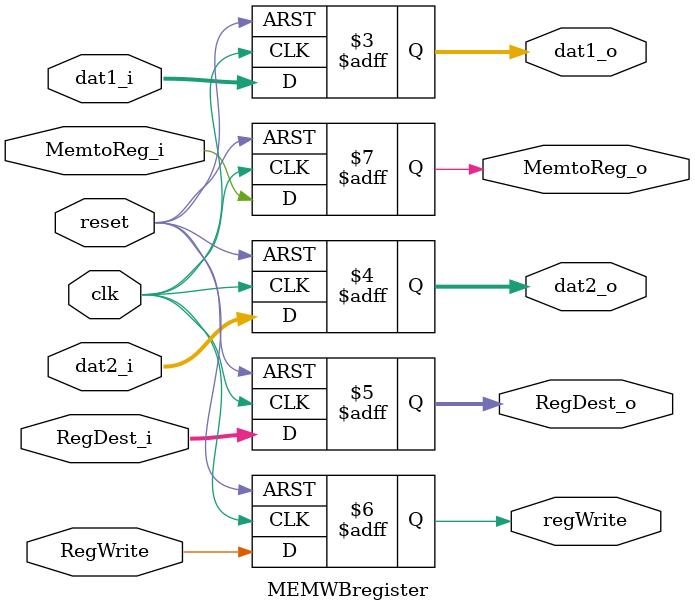
<source format=v>
`timescale 1ns / 1ps
module MEMWBregister(
   input [31:0] dat1_i,
	input [31:0] dat2_i,
	output reg [31:0] dat1_o,
	output reg [31:0] dat2_o,
	input [4:0] RegDest_i,
	output reg [4:0] RegDest_o,
	input RegWrite,
	output reg regWrite,
	input clk,
	input reset,
	input MemtoReg_i,
	output reg MemtoReg_o
	
    );
	
	 
	 always @ (posedge clk, posedge reset)
begin
	 if (reset == 1)
	 begin
	 dat1_o <= 32'b0;
	 dat2_o <= 32'b0;
	 regWrite <= 1'b0;
	 RegDest_o <= 3'b0;
	 MemtoReg_o <= 0;
	 
	 end
	 else 
	 begin
	 dat1_o <= dat1_i;
	 dat2_o <= dat2_i;
	 regWrite <= RegWrite;
	 RegDest_o <= RegDest_i;
	 MemtoReg_o <= MemtoReg_i;
	 end

	 
end

endmodule
</source>
